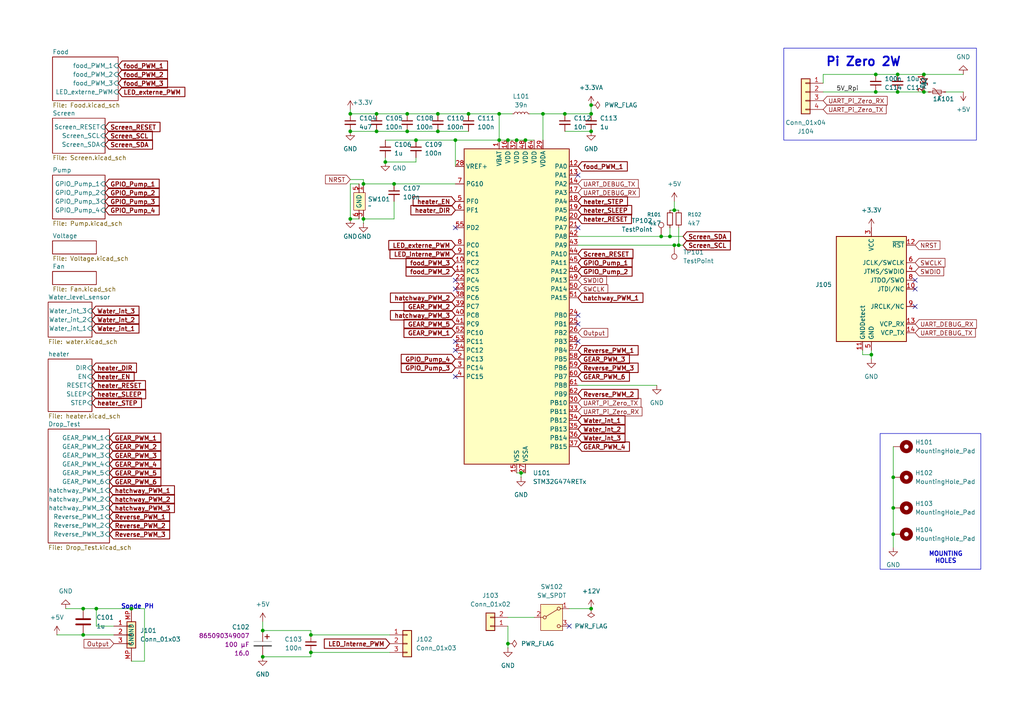
<source format=kicad_sch>
(kicad_sch (version 20250114) (generator "eeschema") (generator_version "9.0")
  (paper "A4")
  (rectangle (start 255.27 125.73) (end 284.48 165.1))
  (rectangle (start 227.33 13.97) (end 283.21 40.64))
  (text "Sonde PH" (at 39.878 176.022 0) (effects (font (size 1.27 1.27) (thickness 0.254) (bold yes))))
  (text "Pi Zero 2W" (at 250.444 18.034 0) (effects (font (size 2.54 2.54) (thickness 0.508) (bold yes))))
  (text "MOUNTING\nHOLES" (at 274.32 161.798 0) (effects (font (size 1.27 1.27) (thickness 0.254) (bold yes))))
  (junction (at 90.17 189.23))
  (junction (at 144.78 40.64))
  (junction (at 151.13 137.16))
  (junction (at 196.85 71.12))
  (junction (at 90.17 184.15))
  (junction (at 118.11 38.1))
  (junction (at 171.45 33.02))
  (junction (at 171.45 30.48))
  (junction (at 260.35 21.59))
  (junction (at 157.48 33.02))
  (junction (at 252.73 102.87))
  (junction (at 105.41 63.5))
  (junction (at 171.45 176.53))
  (junction (at 195.58 60.96))
  (junction (at 144.78 33.02))
  (junction (at 127 33.02))
  (junction (at 127 38.1))
  (junction (at 194.31 68.58))
  (junction (at 109.22 33.02))
  (junction (at 259.08 138.43))
  (junction (at 191.77 68.58))
  (junction (at 267.97 26.67))
  (junction (at 105.41 53.34))
  (junction (at 109.22 38.1))
  (junction (at 132.08 40.64))
  (junction (at 195.58 71.12))
  (junction (at 259.08 147.32))
  (junction (at 259.08 154.94))
  (junction (at 254 21.59))
  (junction (at 267.97 21.59))
  (junction (at 101.6 38.1))
  (junction (at 147.32 186.69))
  (junction (at 24.13 184.15))
  (junction (at 120.65 40.64))
  (junction (at 76.2 182.88))
  (junction (at 114.3 53.34))
  (junction (at 24.13 176.53))
  (junction (at 171.45 38.1))
  (junction (at 27.94 176.53))
  (junction (at 254 26.67))
  (junction (at 135.89 33.02))
  (junction (at 149.86 40.64))
  (junction (at 118.11 33.02))
  (junction (at 163.83 33.02))
  (junction (at 38.1 176.53))
  (junction (at 76.2 190.5))
  (junction (at 101.6 63.5))
  (junction (at 101.6 33.02))
  (junction (at 152.4 40.64))
  (junction (at 147.32 40.64))
  (junction (at 111.76 46.99))
  (junction (at 260.35 26.67))
  (no_connect (at 167.64 91.44))
  (no_connect (at 132.08 109.22))
  (no_connect (at 167.64 93.98))
  (no_connect (at 132.08 66.04))
  (no_connect (at 265.43 88.9))
  (no_connect (at 167.64 99.06))
  (no_connect (at 165.1 181.61))
  (no_connect (at 132.08 81.28))
  (no_connect (at 132.08 101.6))
  (no_connect (at 167.64 50.8))
  (no_connect (at 167.64 66.04))
  (no_connect (at 132.08 83.82))
  (no_connect (at 265.43 83.82))
  (no_connect (at 265.43 81.28))
  (no_connect (at 132.08 99.06))
  (wire (pts (xy 147.32 40.64) (xy 149.86 40.64)))
  (wire (pts (xy 135.89 33.02) (xy 144.78 33.02)))
  (wire (pts (xy 109.22 33.02) (xy 118.11 33.02)))
  (wire (pts (xy 90.17 190.5) (xy 90.17 189.23)))
  (wire (pts (xy 120.65 40.64) (xy 132.08 40.64)))
  (wire (pts (xy 238.76 21.59) (xy 254 21.59)))
  (wire (pts (xy 24.13 184.15) (xy 33.02 184.15)))
  (wire (pts (xy 41.91 176.53) (xy 41.91 191.77)))
  (wire (pts (xy 194.31 66.04) (xy 194.31 68.58)))
  (wire (pts (xy 105.41 52.07) (xy 105.41 53.34)))
  (wire (pts (xy 195.58 60.96) (xy 194.31 60.96)))
  (wire (pts (xy 114.3 63.5) (xy 105.41 63.5)))
  (wire (pts (xy 196.85 60.96) (xy 195.58 60.96)))
  (wire (pts (xy 259.08 138.43) (xy 259.08 147.32)))
  (wire (pts (xy 27.94 176.53) (xy 27.94 181.61)))
  (wire (pts (xy 16.51 184.15) (xy 24.13 184.15)))
  (wire (pts (xy 19.05 176.53) (xy 24.13 176.53)))
  (wire (pts (xy 163.83 33.02) (xy 171.45 33.02)))
  (wire (pts (xy 127 38.1) (xy 135.89 38.1)))
  (wire (pts (xy 111.76 40.64) (xy 120.65 40.64)))
  (wire (pts (xy 194.31 68.58) (xy 191.77 68.58)))
  (wire (pts (xy 252.73 102.87) (xy 252.73 104.14)))
  (wire (pts (xy 76.2 180.34) (xy 76.2 182.88)))
  (wire (pts (xy 250.19 101.6) (xy 250.19 102.87)))
  (wire (pts (xy 101.6 53.34) (xy 101.6 63.5)))
  (wire (pts (xy 118.11 38.1) (xy 127 38.1)))
  (wire (pts (xy 259.08 129.54) (xy 259.08 138.43)))
  (wire (pts (xy 260.35 26.67) (xy 267.97 26.67)))
  (wire (pts (xy 118.11 33.02) (xy 127 33.02)))
  (wire (pts (xy 149.86 137.16) (xy 151.13 137.16)))
  (wire (pts (xy 144.78 33.02) (xy 144.78 40.64)))
  (wire (pts (xy 24.13 176.53) (xy 27.94 176.53)))
  (wire (pts (xy 151.13 137.16) (xy 151.13 138.43)))
  (wire (pts (xy 254 26.67) (xy 260.35 26.67)))
  (wire (pts (xy 147.32 187.96) (xy 147.32 186.69)))
  (wire (pts (xy 195.58 58.42) (xy 195.58 60.96)))
  (wire (pts (xy 105.41 53.34) (xy 114.3 53.34)))
  (wire (pts (xy 238.76 26.67) (xy 254 26.67)))
  (wire (pts (xy 171.45 176.53) (xy 165.1 176.53)))
  (wire (pts (xy 267.97 26.67) (xy 269.24 26.67)))
  (wire (pts (xy 76.2 190.5) (xy 90.17 190.5)))
  (wire (pts (xy 198.12 68.58) (xy 194.31 68.58)))
  (wire (pts (xy 195.58 71.12) (xy 167.64 71.12)))
  (wire (pts (xy 260.35 21.59) (xy 267.97 21.59)))
  (wire (pts (xy 101.6 38.1) (xy 109.22 38.1)))
  (wire (pts (xy 90.17 182.88) (xy 90.17 184.15)))
  (wire (pts (xy 148.59 33.02) (xy 144.78 33.02)))
  (wire (pts (xy 114.3 58.42) (xy 114.3 63.5)))
  (wire (pts (xy 252.73 101.6) (xy 252.73 102.87)))
  (wire (pts (xy 153.67 33.02) (xy 157.48 33.02)))
  (wire (pts (xy 254 21.59) (xy 260.35 21.59)))
  (wire (pts (xy 196.85 66.04) (xy 196.85 71.12)))
  (wire (pts (xy 27.94 176.53) (xy 38.1 176.53)))
  (wire (pts (xy 238.76 21.59) (xy 238.76 24.13)))
  (wire (pts (xy 101.6 52.07) (xy 105.41 52.07)))
  (wire (pts (xy 111.76 46.99) (xy 111.76 45.72)))
  (wire (pts (xy 167.64 111.76) (xy 190.5 111.76)))
  (wire (pts (xy 147.32 186.69) (xy 147.32 181.61)))
  (wire (pts (xy 101.6 31.75) (xy 101.6 33.02)))
  (wire (pts (xy 163.83 38.1) (xy 171.45 38.1)))
  (wire (pts (xy 157.48 33.02) (xy 157.48 40.64)))
  (wire (pts (xy 144.78 40.64) (xy 147.32 40.64)))
  (wire (pts (xy 157.48 33.02) (xy 163.83 33.02)))
  (wire (pts (xy 90.17 189.23) (xy 113.03 189.23)))
  (wire (pts (xy 114.3 53.34) (xy 132.08 53.34)))
  (wire (pts (xy 198.12 71.12) (xy 196.85 71.12)))
  (wire (pts (xy 191.77 68.58) (xy 167.64 68.58)))
  (wire (pts (xy 101.6 53.34) (xy 104.14 53.34)))
  (wire (pts (xy 120.65 45.72) (xy 120.65 46.99)))
  (wire (pts (xy 38.1 176.53) (xy 41.91 176.53)))
  (wire (pts (xy 101.6 33.02) (xy 109.22 33.02)))
  (wire (pts (xy 274.32 26.67) (xy 279.4 26.67)))
  (wire (pts (xy 267.97 21.59) (xy 279.4 21.59)))
  (wire (pts (xy 259.08 147.32) (xy 259.08 154.94)))
  (wire (pts (xy 196.85 71.12) (xy 195.58 71.12)))
  (wire (pts (xy 127 33.02) (xy 135.89 33.02)))
  (wire (pts (xy 152.4 40.64) (xy 154.94 40.64)))
  (wire (pts (xy 27.94 181.61) (xy 33.02 181.61)))
  (wire (pts (xy 171.45 30.48) (xy 171.45 33.02)))
  (wire (pts (xy 76.2 182.88) (xy 90.17 182.88)))
  (wire (pts (xy 259.08 154.94) (xy 259.08 158.75)))
  (wire (pts (xy 132.08 40.64) (xy 144.78 40.64)))
  (wire (pts (xy 151.13 137.16) (xy 152.4 137.16)))
  (wire (pts (xy 90.17 184.15) (xy 113.03 184.15)))
  (wire (pts (xy 120.65 46.99) (xy 111.76 46.99)))
  (wire (pts (xy 105.41 64.77) (xy 105.41 63.5)))
  (wire (pts (xy 147.32 179.07) (xy 154.94 179.07)))
  (wire (pts (xy 250.19 102.87) (xy 252.73 102.87)))
  (wire (pts (xy 101.6 63.5) (xy 104.14 63.5)))
  (wire (pts (xy 132.08 48.26) (xy 132.08 40.64)))
  (wire (pts (xy 41.91 191.77) (xy 38.1 191.77)))
  (wire (pts (xy 109.22 38.1) (xy 118.11 38.1)))
  (wire (pts (xy 149.86 40.64) (xy 152.4 40.64)))
  (label "5V_Rpi" (at 242.57 26.67 0))
  (global_label "food_PWM_1" (shape input) (at 34.29 19.05 0) (effects (font (thickness 0.254) (bold yes))) (property "Intersheetrefs" "${INTERSHEET_REFS}" (effects (hide yes))))
  (global_label "SWDIO" (shape input) (at 265.43 78.74 0) (property "Intersheetrefs" "${INTERSHEET_REFS}" (effects (hide yes))))
  (global_label "hatchway_PWM_2" (shape input) (at 31.75 144.78 0) (effects (font (thickness 0.254) (bold yes))) (property "Intersheetrefs" "${INTERSHEET_REFS}" (effects (hide yes))))
  (global_label "GEAR_PWM_3" (shape input) (at 167.64 104.14 0) (effects (font (thickness 0.254) (bold yes))) (property "Intersheetrefs" "${INTERSHEET_REFS}" (effects (hide yes))))
  (global_label "Screen_SDA" (shape input) (at 198.12 68.58 0) (effects (font (thickness 0.254) (bold yes))) (property "Intersheetrefs" "${INTERSHEET_REFS}" (effects (hide yes))))
  (global_label "food_PWM_3" (shape input) (at 34.29 24.13 0) (effects (font (thickness 0.254) (bold yes))) (property "Intersheetrefs" "${INTERSHEET_REFS}" (effects (hide yes))))
  (global_label "GPIO_Pump_4" (shape input) (at 132.08 104.14 180) (effects (font (thickness 0.254) (bold yes))) (property "Intersheetrefs" "${INTERSHEET_REFS}" (effects (hide yes))))
  (global_label "heater_STEP" (shape input) (at 167.64 58.42 0) (effects (font (thickness 0.254) (bold yes))) (property "Intersheetrefs" "${INTERSHEET_REFS}" (effects (hide yes))))
  (global_label "hatchway_PWM_3" (shape input) (at 132.08 91.44 180) (effects (font (thickness 0.254) (bold yes))) (property "Intersheetrefs" "${INTERSHEET_REFS}" (effects (hide yes))))
  (global_label "GEAR_PWM_6" (shape input) (at 31.75 139.7 0) (effects (font (thickness 0.254) (bold yes))) (property "Intersheetrefs" "${INTERSHEET_REFS}" (effects (hide yes))))
  (global_label "SWCLK" (shape input) (at 265.43 76.2 0) (property "Intersheetrefs" "${INTERSHEET_REFS}" (effects (hide yes))))
  (global_label "GEAR_PWM_2" (shape input) (at 132.08 88.9 180) (effects (font (thickness 0.254) (bold yes))) (property "Intersheetrefs" "${INTERSHEET_REFS}" (effects (hide yes))))
  (global_label "LED_interne_PWM" (shape input) (at 132.08 73.66 180) (effects (font (thickness 0.254) (bold yes))) (property "Intersheetrefs" "${INTERSHEET_REFS}" (effects (hide yes))))
  (global_label "GPIO_Pump_2" (shape input) (at 167.64 78.74 0) (effects (font (thickness 0.254) (bold yes))) (property "Intersheetrefs" "${INTERSHEET_REFS}" (effects (hide yes))))
  (global_label "Output" (shape input) (at 33.02 186.69 180) (property "Intersheetrefs" "${INTERSHEET_REFS}" (effects (hide yes))))
  (global_label "UART_DEBUG_RX" (shape input) (at 265.43 93.98 0) (property "Intersheetrefs" "${INTERSHEET_REFS}" (effects (hide yes))))
  (global_label "Water_int_3" (shape input) (at 167.64 127 0) (effects (font (thickness 0.254) (bold yes))) (property "Intersheetrefs" "${INTERSHEET_REFS}" (effects (hide yes))))
  (global_label "GEAR_PWM_2" (shape input) (at 31.75 129.54 0) (effects (font (thickness 0.254) (bold yes))) (property "Intersheetrefs" "${INTERSHEET_REFS}" (effects (hide yes))))
  (global_label "NRST" (shape input) (at 265.43 71.12 0) (property "Intersheetrefs" "${INTERSHEET_REFS}" (effects (hide yes))))
  (global_label "Screen_SCL" (shape input) (at 30.48 39.37 0) (effects (font (thickness 0.254) (bold yes))) (property "Intersheetrefs" "${INTERSHEET_REFS}" (effects (hide yes))))
  (global_label "heater_EN" (shape input) (at 132.08 58.42 180) (effects (font (thickness 0.254) (bold yes))) (property "Intersheetrefs" "${INTERSHEET_REFS}" (effects (hide yes))))
  (global_label "Screen_SCL" (shape input) (at 198.12 71.12 0) (effects (font (thickness 0.254) (bold yes))) (property "Intersheetrefs" "${INTERSHEET_REFS}" (effects (hide yes))))
  (global_label "hatchway_PWM_2" (shape input) (at 132.08 86.36 180) (effects (font (thickness 0.254) (bold yes))) (property "Intersheetrefs" "${INTERSHEET_REFS}" (effects (hide yes))))
  (global_label "GPIO_Pump_3" (shape input) (at 132.08 106.68 180) (effects (font (thickness 0.254) (bold yes))) (property "Intersheetrefs" "${INTERSHEET_REFS}" (effects (hide yes))))
  (global_label "GEAR_PWM_6" (shape input) (at 167.64 109.22 0) (effects (font (thickness 0.254) (bold yes))) (property "Intersheetrefs" "${INTERSHEET_REFS}" (effects (hide yes))))
  (global_label "food_PWM_3" (shape input) (at 132.08 76.2 180) (effects (font (thickness 0.254) (bold yes))) (property "Intersheetrefs" "${INTERSHEET_REFS}" (effects (hide yes))))
  (global_label "UART_Pi_Zero_RX" (shape input) (at 167.64 119.38 0) (property "Intersheetrefs" "${INTERSHEET_REFS}" (effects (hide yes))))
  (global_label "GPIO_Pump_2" (shape input) (at 30.48 55.88 0) (effects (font (thickness 0.254) (bold yes))) (property "Intersheetrefs" "${INTERSHEET_REFS}" (effects (hide yes))))
  (global_label "Screen_RESET" (shape input) (at 167.64 73.66 0) (effects (font (thickness 0.254) (bold yes))) (property "Intersheetrefs" "${INTERSHEET_REFS}" (effects (hide yes))))
  (global_label "LED_interne_PWM" (shape input) (at 113.03 186.69 180) (effects (font (thickness 0.254) (bold yes))) (property "Intersheetrefs" "${INTERSHEET_REFS}" (effects (hide yes))))
  (global_label "food_PWM_2" (shape input) (at 34.29 21.59 0) (effects (font (thickness 0.254) (bold yes))) (property "Intersheetrefs" "${INTERSHEET_REFS}" (effects (hide yes))))
  (global_label "UART_DEBUG_TX" (shape input) (at 167.64 53.34 0) (property "Intersheetrefs" "${INTERSHEET_REFS}" (effects (hide yes))))
  (global_label "SWDIO" (shape input) (at 167.64 81.28 0) (property "Intersheetrefs" "${INTERSHEET_REFS}" (effects (hide yes))))
  (global_label "GPIO_Pump_1" (shape input) (at 30.48 53.34 0) (effects (font (thickness 0.254) (bold yes))) (property "Intersheetrefs" "${INTERSHEET_REFS}" (effects (hide yes))))
  (global_label "heater_DIR" (shape input) (at 26.67 106.68 0) (effects (font (thickness 0.254) (bold yes))) (property "Intersheetrefs" "${INTERSHEET_REFS}" (effects (hide yes))))
  (global_label "UART_Pi_Zero_RX" (shape input) (at 238.76 29.21 0) (property "Intersheetrefs" "${INTERSHEET_REFS}" (effects (hide yes))))
  (global_label "food_PWM_2" (shape input) (at 132.08 78.74 180) (effects (font (thickness 0.254) (bold yes))) (property "Intersheetrefs" "${INTERSHEET_REFS}" (effects (hide yes))))
  (global_label "UART_Pi_Zero_TX" (shape input) (at 167.64 116.84 0) (property "Intersheetrefs" "${INTERSHEET_REFS}" (effects (hide yes))))
  (global_label "Reverse_PWM_2" (shape input) (at 31.75 152.4 0) (effects (font (thickness 0.254) (bold yes))) (property "Intersheetrefs" "${INTERSHEET_REFS}" (effects (hide yes))))
  (global_label "Water_int_1" (shape input) (at 26.67 95.25 0) (effects (font (thickness 0.254) (bold yes))) (property "Intersheetrefs" "${INTERSHEET_REFS}" (effects (hide yes))))
  (global_label "hatchway_PWM_3" (shape input) (at 31.75 147.32 0) (effects (font (thickness 0.254) (bold yes))) (property "Intersheetrefs" "${INTERSHEET_REFS}" (effects (hide yes))))
  (global_label "Reverse_PWM_1" (shape input) (at 167.64 101.6 0) (effects (font (thickness 0.254) (bold yes))) (property "Intersheetrefs" "${INTERSHEET_REFS}" (effects (hide yes))))
  (global_label "hatchway_PWM_1" (shape input) (at 31.75 142.24 0) (effects (font (thickness 0.254) (bold yes))) (property "Intersheetrefs" "${INTERSHEET_REFS}" (effects (hide yes))))
  (global_label "Reverse_PWM_3" (shape input) (at 167.64 106.68 0) (effects (font (thickness 0.254) (bold yes))) (property "Intersheetrefs" "${INTERSHEET_REFS}" (effects (hide yes))))
  (global_label "GEAR_PWM_1" (shape input) (at 31.75 127 0) (effects (font (thickness 0.254) (bold yes))) (property "Intersheetrefs" "${INTERSHEET_REFS}" (effects (hide yes))))
  (global_label "Output" (shape input) (at 167.64 96.52 0) (property "Intersheetrefs" "${INTERSHEET_REFS}" (effects (hide yes))))
  (global_label "heater_SLEEP" (shape input) (at 26.67 114.3 0) (effects (font (thickness 0.254) (bold yes))) (property "Intersheetrefs" "${INTERSHEET_REFS}" (effects (hide yes))))
  (global_label "NRST" (shape input) (at 101.6 52.07 180) (property "Intersheetrefs" "${INTERSHEET_REFS}" (effects (hide yes))))
  (global_label "GEAR_PWM_3" (shape input) (at 31.75 132.08 0) (effects (font (thickness 0.254) (bold yes))) (property "Intersheetrefs" "${INTERSHEET_REFS}" (effects (hide yes))))
  (global_label "Screen_RESET" (shape input) (at 30.48 36.83 0) (effects (font (thickness 0.254) (bold yes))) (property "Intersheetrefs" "${INTERSHEET_REFS}" (effects (hide yes))))
  (global_label "Water_int_2" (shape input) (at 167.64 124.46 0) (effects (font (thickness 0.254) (bold yes))) (property "Intersheetrefs" "${INTERSHEET_REFS}" (effects (hide yes))))
  (global_label "heater_STEP" (shape input) (at 26.67 116.84 0) (effects (font (thickness 0.254) (bold yes))) (property "Intersheetrefs" "${INTERSHEET_REFS}" (effects (hide yes))))
  (global_label "UART_DEBUG_TX" (shape input) (at 265.43 96.52 0) (property "Intersheetrefs" "${INTERSHEET_REFS}" (effects (hide yes))))
  (global_label "GPIO_Pump_3" (shape input) (at 30.48 58.42 0) (effects (font (thickness 0.254) (bold yes))) (property "Intersheetrefs" "${INTERSHEET_REFS}" (effects (hide yes))))
  (global_label "GEAR_PWM_1" (shape input) (at 132.08 96.52 180) (effects (font (thickness 0.254) (bold yes))) (property "Intersheetrefs" "${INTERSHEET_REFS}" (effects (hide yes))))
  (global_label "Water_int_1" (shape input) (at 167.64 121.92 0) (effects (font (thickness 0.254) (bold yes))) (property "Intersheetrefs" "${INTERSHEET_REFS}" (effects (hide yes))))
  (global_label "LED_externe_PWM" (shape input) (at 34.29 26.67 0) (effects (font (thickness 0.254) (bold yes))) (property "Intersheetrefs" "${INTERSHEET_REFS}" (effects (hide yes))))
  (global_label "GEAR_PWM_5" (shape input) (at 31.75 137.16 0) (effects (font (thickness 0.254) (bold yes))) (property "Intersheetrefs" "${INTERSHEET_REFS}" (effects (hide yes))))
  (global_label "GEAR_PWM_5" (shape input) (at 132.08 93.98 180) (effects (font (thickness 0.254) (bold yes))) (property "Intersheetrefs" "${INTERSHEET_REFS}" (effects (hide yes))))
  (global_label "Reverse_PWM_3" (shape input) (at 31.75 154.94 0) (effects (font (thickness 0.254) (bold yes))) (property "Intersheetrefs" "${INTERSHEET_REFS}" (effects (hide yes))))
  (global_label "GPIO_Pump_1" (shape input) (at 167.64 76.2 0) (effects (font (thickness 0.254) (bold yes))) (property "Intersheetrefs" "${INTERSHEET_REFS}" (effects (hide yes))))
  (global_label "Screen_SDA" (shape input) (at 30.48 41.91 0) (effects (font (thickness 0.254) (bold yes))) (property "Intersheetrefs" "${INTERSHEET_REFS}" (effects (hide yes))))
  (global_label "UART_Pi_Zero_TX" (shape input) (at 238.76 31.75 0) (property "Intersheetrefs" "${INTERSHEET_REFS}" (effects (hide yes))))
  (global_label "food_PWM_1" (shape input) (at 167.64 48.26 0) (effects (font (thickness 0.254) (bold yes))) (property "Intersheetrefs" "${INTERSHEET_REFS}" (effects (hide yes))))
  (global_label "heater_SLEEP" (shape input) (at 167.64 60.96 0) (effects (font (thickness 0.254) (bold yes))) (property "Intersheetrefs" "${INTERSHEET_REFS}" (effects (hide yes))))
  (global_label "heater_RESET" (shape input) (at 26.67 111.76 0) (effects (font (thickness 0.254) (bold yes))) (property "Intersheetrefs" "${INTERSHEET_REFS}" (effects (hide yes))))
  (global_label "heater_EN" (shape input) (at 26.67 109.22 0) (effects (font (thickness 0.254) (bold yes))) (property "Intersheetrefs" "${INTERSHEET_REFS}" (effects (hide yes))))
  (global_label "SWCLK" (shape input) (at 167.64 83.82 0) (property "Intersheetrefs" "${INTERSHEET_REFS}" (effects (hide yes))))
  (global_label "UART_DEBUG_RX" (shape input) (at 167.64 55.88 0) (property "Intersheetrefs" "${INTERSHEET_REFS}" (effects (hide yes))))
  (global_label "Water_int_3" (shape input) (at 26.67 90.17 0) (effects (font (thickness 0.254) (bold yes))) (property "Intersheetrefs" "${INTERSHEET_REFS}" (effects (hide yes))))
  (global_label "Reverse_PWM_1" (shape input) (at 31.75 149.86 0) (effects (font (thickness 0.254) (bold yes))) (property "Intersheetrefs" "${INTERSHEET_REFS}" (effects (hide yes))))
  (global_label "GEAR_PWM_4" (shape input) (at 167.64 129.54 0) (effects (font (thickness 0.254) (bold yes))) (property "Intersheetrefs" "${INTERSHEET_REFS}" (effects (hide yes))))
  (global_label "hatchway_PWM_1" (shape input) (at 167.64 86.36 0) (effects (font (thickness 0.254) (bold yes))) (property "Intersheetrefs" "${INTERSHEET_REFS}" (effects (hide yes))))
  (global_label "GPIO_Pump_4" (shape input) (at 30.48 60.96 0) (effects (font (thickness 0.254) (bold yes))) (property "Intersheetrefs" "${INTERSHEET_REFS}" (effects (hide yes))))
  (global_label "LED_externe_PWM" (shape input) (at 132.08 71.12 180) (effects (font (thickness 0.254) (bold yes))) (property "Intersheetrefs" "${INTERSHEET_REFS}" (effects (hide yes))))
  (global_label "Reverse_PWM_2" (shape input) (at 167.64 114.3 0) (effects (font (thickness 0.254) (bold yes))) (property "Intersheetrefs" "${INTERSHEET_REFS}" (effects (hide yes))))
  (global_label "heater_DIR" (shape input) (at 132.08 60.96 180) (effects (font (thickness 0.254) (bold yes))) (property "Intersheetrefs" "${INTERSHEET_REFS}" (effects (hide yes))))
  (global_label "heater_RESET" (shape input) (at 167.64 63.5 0) (effects (font (thickness 0.254) (bold yes))) (property "Intersheetrefs" "${INTERSHEET_REFS}" (effects (hide yes))))
  (global_label "GEAR_PWM_4" (shape input) (at 31.75 134.62 0) (effects (font (thickness 0.254) (bold yes))) (property "Intersheetrefs" "${INTERSHEET_REFS}" (effects (hide yes))))
  (global_label "Water_int_2" (shape input) (at 26.67 92.71 0) (effects (font (thickness 0.254) (bold yes))) (property "Intersheetrefs" "${INTERSHEET_REFS}" (effects (hide yes))))
  (symbol (lib_id "power:GND") (at 101.6 63.5 0) (unit 1)
    (property "Reference" "#PWR0107" (effects (hide yes)))
    (property "Value" "GND" (at 101.6 68.58 0))
    (property "Description" "Power symbol creates a global label with name \"GND\" , ground" (effects (hide yes)))
  )
  (symbol (lib_id "Device:L_Small") (at 151.13 33.02 90) (unit 1)
    (property "Reference" "L101" (at 151.13 27.94 90))
    (property "Value" "39n" (at 151.13 30.48 90))
    (property "Footprint" "Inductor_SMD:L_0603_1608Metric" (effects (hide yes)))
    (property "Description" "Inductor, small symbol" (effects (hide yes)))
  )
  (symbol (lib_id "Device:C_Small") (at 254 24.13 0) (mirror x) (unit 1)
    (property "Reference" "C114" (at 256.54 25.3938 0) (effects (justify left)))
    (property "Value" "100n" (at 256.54 22.86 0) (effects (justify left)))
    (property "Footprint" "Capacitor_SMD:C_0402_1005Metric" (effects (hide yes)))
    (property "Description" "Unpolarized capacitor, small symbol" (effects (hide yes)))
  )
  (symbol (lib_id "Device:C_Small") (at 118.11 35.56 0) (unit 1)
    (property "Reference" "C108" (at 120.65 34.2962 0) (effects (justify left)))
    (property "Value" "100n" (at 120.65 36.8362 0) (effects (justify left)))
    (property "Footprint" "Capacitor_SMD:C_0402_1005Metric" (effects (hide yes)))
    (property "Description" "Unpolarized capacitor, small symbol" (effects (hide yes)))
  )
  (symbol (lib_id "power:+5V") (at 279.4 26.67 0) (mirror x) (unit 1)
    (property "Reference" "#PWR0121" (effects (hide yes)))
    (property "Value" "+5V" (at 279.4 31.75 0))
    (property "Description" "Power symbol creates a global label with name \"+5V\"" (effects (hide yes)))
  )
  (symbol (lib_id "Device:C_Small") (at 120.65 43.18 0) (unit 1)
    (property "Reference" "C109" (at 123.19 41.9162 0) (effects (justify left)))
    (property "Value" "100n" (at 123.19 44.4562 0) (effects (justify left)))
    (property "Footprint" "Capacitor_SMD:C_0402_1005Metric" (effects (hide yes)))
    (property "Description" "Unpolarized capacitor, small symbol" (effects (hide yes)))
  )
  (symbol (lib_id "Device:R_Small") (at 196.85 63.5 0) (unit 1)
    (property "Reference" "R102" (at 199.39 62.2299 0) (effects (font (size 1.016 1.016)) (justify left)))
    (property "Value" "4k7" (at 199.39 64.7699 0) (effects (justify left)))
    (property "Footprint" "Resistor_SMD:R_0201_0603Metric" (effects (hide yes)))
    (property "Description" "Resistor, small symbol" (effects (hide yes)))
  )
  (symbol (lib_id "Device:C_Small") (at 111.76 43.18 0) (unit 1)
    (property "Reference" "C106" (at 114.3 41.9162 0) (effects (justify left)))
    (property "Value" "1u" (at 114.3 44.4562 0) (effects (justify left)))
    (property "Footprint" "Capacitor_SMD:C_0402_1005Metric" (effects (hide yes)))
    (property "Description" "Unpolarized capacitor, small symbol" (effects (hide yes)))
  )
  (symbol (lib_id "Device:C_Small") (at 101.6 35.56 0) (unit 1)
    (property "Reference" "C104" (at 104.14 34.2962 0) (effects (justify left)))
    (property "Value" "4u7" (at 104.14 36.8362 0) (effects (justify left)))
    (property "Footprint" "Capacitor_SMD:C_0603_1608Metric" (effects (hide yes)))
    (property "Description" "Unpolarized capacitor, small symbol" (effects (hide yes)))
  )
  (symbol (lib_id "MCU_ST_STM32G4:STM32G474RETx") (at 149.86 88.9 0) (unit 1)
    (property "Reference" "U101" (at 154.5433 137.16 0) (effects (justify left)))
    (property "Value" "STM32G474RETx" (at 154.5433 139.7 0) (effects (justify left)))
    (property "Footprint" "Package_QFP:LQFP-64_10x10mm_P0.5mm" (effects (hide yes)))
    (property "Datasheet" "https://www.st.com/resource/en/datasheet/stm32g474re.pdf" (effects (hide yes)))
    (property "Description" "STMicroelectronics Arm Cortex-M4 MCU, 512KB flash, 128KB RAM, 170 MHz, 1.71-3.6V, 52 GPIO, LQFP64" (effects (hide yes)))
  )
  (symbol (lib_id "Device:C_Small") (at 90.17 186.69 0) (unit 1)
    (property "Reference" "C103" (at 87.63 185.4262 0) (effects (justify right)))
    (property "Value" "100n" (at 87.63 187.9662 0) (effects (justify right)))
    (property "Footprint" "Capacitor_SMD:C_0402_1005Metric" (effects (hide yes)))
    (property "Description" "Unpolarized capacitor, small symbol" (effects (hide yes)))
  )
  (symbol (lib_id "power:GND") (at 151.13 138.43 0) (unit 1)
    (property "Reference" "#PWR0111" (effects (hide yes)))
    (property "Value" "GND" (at 151.13 143.51 0))
    (property "Description" "Power symbol creates a global label with name \"GND\" , ground" (effects (hide yes)))
  )
  (symbol (lib_id "Device:C_Small") (at 135.89 35.56 0) (unit 1)
    (property "Reference" "C111" (at 138.43 34.2962 0) (effects (justify left)))
    (property "Value" "100n" (at 138.43 36.8362 0) (effects (justify left)))
    (property "Footprint" "Capacitor_SMD:C_0402_1005Metric" (effects (hide yes)))
    (property "Description" "Unpolarized capacitor, small symbol" (effects (hide yes)))
  )
  (symbol (lib_id "power:GND") (at 171.45 38.1 0) (unit 1)
    (property "Reference" "#PWR0113" (effects (hide yes)))
    (property "Value" "GND" (at 171.45 43.18 0))
    (property "Description" "Power symbol creates a global label with name \"GND\" , ground" (effects (hide yes)))
  )
  (symbol (lib_id "Device:C") (at 24.13 180.34 180) (unit 1)
    (property "Reference" "C101" (at 27.94 179.0699 0) (effects (justify right)))
    (property "Value" "1u" (at 27.94 181.6099 0) (effects (justify right)))
    (property "Footprint" "Capacitor_SMD:C_0603_1608Metric" (effects (hide yes)))
    (property "Description" "Unpolarized capacitor" (effects (hide yes)))
  )
  (symbol (lib_id "Device:C_Small") (at 260.35 24.13 0) (mirror x) (unit 1)
    (property "Reference" "C115" (at 262.89 25.3938 0) (effects (justify left)))
    (property "Value" "10u" (at 262.89 22.86 0) (effects (justify left)))
    (property "Footprint" "Capacitor_SMD:C_0603_1608Metric" (effects (hide yes)))
    (property "Description" "Unpolarized capacitor, small symbol" (effects (hide yes)))
  )
  (symbol (lib_id "Mechanical:MountingHole_Pad") (at 261.62 138.43 270) (unit 1)
    (property "Reference" "H102" (at 265.43 137.16 90) (effects (justify left)))
    (property "Value" "MountingHole_Pad" (at 265.43 139.7 90) (effects (justify left)))
    (property "Footprint" "MountingHole:MountingHole_3.2mm_M3_Pad_Via" (effects (hide yes)))
  )
  (symbol (lib_id "Device:C_Small") (at 114.3 55.88 0) (unit 1)
    (property "Reference" "C107" (at 116.84 54.6162 0) (effects (justify left)))
    (property "Value" "100n" (at 116.84 57.1562 0) (effects (justify left)))
    (property "Footprint" "Capacitor_SMD:C_0402_1005Metric" (effects (hide yes)))
    (property "Description" "Unpolarized capacitor, small symbol" (effects (hide yes)))
  )
  (symbol (lib_id "my_lib:JST_SH_3_Vertical") (at 38.1 185.42 0) (unit 1)
    (property "Reference" "J101" (at 40.64 182.8799 0) (effects (justify left)))
    (property "Value" "Conn_01x03" (at 40.64 185.4199 0) (effects (justify left)))
    (property "Footprint" "Connector_JST:JST_SH_BM03B-SRSS-TB_1x03-1MP_P1.00mm_Vertical" (effects (hide yes)))
    (property "Description" "Generic connector, single row, 01x03, script generated (kicad-library-utils/schlib/autogen/connector/)" (effects (hide yes)))
  )
  (symbol (lib_id "Connector_Generic:Conn_01x03") (at 118.11 186.69 0) (unit 1)
    (property "Reference" "J102" (at 120.65 185.4199 0) (effects (justify left)))
    (property "Value" "Conn_01x03" (at 120.65 187.9599 0) (effects (justify left)))
    (property "Footprint" "Connector_JST:JST_PH_B3B-PH-K_1x03_P2.00mm_Vertical" (effects (hide yes)))
    (property "Description" "Generic connector, single row, 01x03, script generated (kicad-library-utils/schlib/autogen/connector/)" (effects (hide yes)))
  )
  (symbol (lib_id "power:+3.3V") (at 101.6 31.75 0) (unit 1)
    (property "Reference" "#PWR0105" (effects (hide yes)))
    (property "Value" "+3.3V" (at 105.156 29.718 0))
    (property "Description" "Power symbol creates a global label with name \"+3.3V\"" (effects (hide yes)))
  )
  (symbol (lib_id "Connector:Conn_ST_STDC14") (at 252.73 83.82 0) (unit 1)
    (property "Reference" "J105" (at 241.3 82.5499 0) (effects (justify right)))
    (property "Value" "Conn_ST_STDC14" (effects (hide yes)))
    (property "Footprint" "Connector_PinHeader_1.27mm:PinHeader_2x07_P1.27mm_Vertical_SMD" (effects (hide yes)))
    (property "Datasheet" "https://www.st.com/content/ccc/resource/technical/document/user_manual/group1/99/49/91/b6/b2/3a/46/e5/DM00526767/files/DM00526767.pdf/jcr:content/translations/en.DM00526767.pdf" (effects (hide yes)))
    (property "Description" "ST Debug Connector, standard ARM Cortex-M SWD and JTAG interface plus UART" (effects (hide yes)))
    (property "MPN" "STLINK-V3MINIE" (effects (hide yes)))
  )
  (symbol (lib_id "power:+5V") (at 16.51 184.15 0) (unit 1)
    (property "Reference" "#PWR0101" (effects (hide yes)))
    (property "Value" "+5V" (at 16.51 179.07 0))
    (property "Description" "Power symbol creates a global label with name \"+5V\"" (effects (hide yes)))
  )
  (symbol (lib_id "Connector_Generic:Conn_01x02") (at 142.24 181.61 180) (unit 1)
    (property "Reference" "J103" (at 142.24 172.72 0))
    (property "Value" "Conn_01x02" (at 142.24 175.26 0))
    (property "Footprint" "Connector_AMASS:AMASS_XT30U-M_1x02_P5.0mm_Vertical" (effects (hide yes)))
    (property "Description" "Generic connector, single row, 01x02, script generated (kicad-library-utils/schlib/autogen/connector/)" (effects (hide yes)))
  )
  (symbol (lib_id "power:GND") (at 190.5 111.76 0) (unit 1)
    (property "Reference" "#PWR0115" (effects (hide yes)))
    (property "Value" "GND" (at 190.5 116.84 0))
    (property "Description" "Power symbol creates a global label with name \"GND\" , ground" (effects (hide yes)))
  )
  (symbol (lib_id "Device:R_Small") (at 194.31 63.5 0) (mirror y) (unit 1)
    (property "Reference" "R101" (at 191.77 62.2299 0) (effects (font (size 1.016 1.016)) (justify left)))
    (property "Value" "4k7" (at 191.77 64.7699 0) (effects (justify left)))
    (property "Footprint" "Resistor_SMD:R_0201_0603Metric" (effects (hide yes)))
    (property "Description" "Resistor, small symbol" (effects (hide yes)))
  )
  (symbol (lib_id "power:+12V") (at 171.45 176.53 0) (unit 1)
    (property "Reference" "#PWR0114" (effects (hide yes)))
    (property "Value" "+12V" (at 171.45 171.45 0))
    (property "Description" "Power symbol creates a global label with name \"+12V\"" (effects (hide yes)))
  )
  (symbol (lib_id "Connector:TestPoint") (at 191.77 68.58 0) (mirror y) (unit 1)
    (property "Reference" "TP102" (at 189.23 64.0079 0) (effects (justify left)))
    (property "Value" "TestPoint" (at 189.23 66.5479 0) (effects (justify left)))
    (property "Footprint" "TestPoint:TestPoint_Pad_D2.0mm" (effects (hide yes)))
    (property "Description" "test point" (effects (hide yes)))
  )
  (symbol (lib_id "power:+5V") (at 76.2 180.34 0) (unit 1)
    (property "Reference" "#PWR0103" (effects (hide yes)))
    (property "Value" "+5V" (at 76.2 175.26 0))
    (property "Description" "Power symbol creates a global label with name \"+5V\"" (effects (hide yes)))
  )
  (symbol (lib_id "power:GND") (at 279.4 21.59 0) (mirror x) (unit 1)
    (property "Reference" "#PWR0120" (effects (hide yes)))
    (property "Value" "GND" (at 279.4 16.51 0))
    (property "Description" "Power symbol creates a global label with name \"GND\" , ground" (effects (hide yes)))
  )
  (symbol (lib_id "Device:C_Small") (at 171.45 35.56 180) (unit 1)
    (property "Reference" "C113" (at 173.99 34.2835 0) (effects (justify right)))
    (property "Value" "1u" (at 173.99 36.8235 0) (effects (justify right)))
    (property "Footprint" "Capacitor_SMD:C_0402_1005Metric" (effects (hide yes)))
    (property "Description" "Unpolarized capacitor, small symbol" (effects (hide yes)))
  )
  (symbol (lib_id "Connector_Generic:Conn_01x04") (at 233.68 26.67 0) (mirror y) (unit 1)
    (property "Reference" "J104" (at 233.68 38.1 0))
    (property "Value" "Conn_01x04" (at 233.68 35.56 0))
    (property "Footprint" "Connector_JST:JST_PH_B4B-PH-K_1x04_P2.00mm_Vertical" (effects (hide yes)))
    (property "Description" "Generic connector, single row, 01x04, script generated (kicad-library-utils/schlib/autogen/connector/)" (effects (hide yes)))
  )
  (symbol (lib_id "power:GND") (at 19.05 176.53 180) (unit 1)
    (property "Reference" "#PWR0102" (effects (hide yes)))
    (property "Value" "GND" (at 19.05 171.45 0))
    (property "Description" "Power symbol creates a global label with name \"GND\" , ground" (effects (hide yes)))
  )
  (symbol (lib_id "my_lib:WS-TASV_SMT_Tact_Switch_3.0_x_2.6_mm") (at 104.14 58.42 270) (unit 1)
    (property "Reference" "SW101" (at 106.68 57.7849 90) (effects (justify left)))
    (property "Value" "~" (at 106.68 59.69 90) (effects (justify left)))
    (property "Footprint" "mylib:WS-TASV SMT Tact Switch 3.0 x 2.6 mm" (effects (hide yes)))
  )
  (symbol (lib_id "power:PWR_FLAG") (at 147.32 186.69 270) (unit 1)
    (property "Reference" "#FLG0101" (effects (hide yes)))
    (property "Value" "PWR_FLAG" (at 151.13 186.6899 90) (effects (justify left)))
    (property "Description" "Special symbol for telling ERC where power comes from" (effects (hide yes)))
  )
  (symbol (lib_id "Connector:TestPoint") (at 195.58 71.12 180) (unit 1)
    (property "Reference" "TP101" (at 198.12 73.1519 0) (effects (justify right)))
    (property "Value" "TestPoint" (at 198.12 75.6919 0) (effects (justify right)))
    (property "Footprint" "TestPoint:TestPoint_Pad_D2.0mm" (effects (hide yes)))
    (property "Description" "test point" (effects (hide yes)))
  )
  (symbol (lib_id "power:GND") (at 105.41 64.77 0) (unit 1)
    (property "Reference" "#PWR0108" (effects (hide yes)))
    (property "Value" "GND" (at 105.664 68.58 0))
    (property "Description" "Power symbol creates a global label with name \"GND\" , ground" (effects (hide yes)))
  )
  (symbol (lib_id "power:GND") (at 147.32 187.96 0) (unit 1)
    (property "Reference" "#PWR0110" (effects (hide yes)))
    (property "Value" "GND" (at 147.32 193.04 0))
    (property "Description" "Power symbol creates a global label with name \"GND\" , ground" (effects (hide yes)))
  )
  (symbol (lib_id "Device:C_Small") (at 127 35.56 0) (unit 1)
    (property "Reference" "C110" (at 129.54 34.2962 0) (effects (justify left)))
    (property "Value" "100n" (at 129.54 36.8362 0) (effects (justify left)))
    (property "Footprint" "Capacitor_SMD:C_0402_1005Metric" (effects (hide yes)))
    (property "Description" "Unpolarized capacitor, small symbol" (effects (hide yes)))
  )
  (symbol (lib_id "Device:C_Small") (at 109.22 35.56 0) (unit 1)
    (property "Reference" "C105" (at 111.76 34.2962 0) (effects (justify left)))
    (property "Value" "100n" (at 111.76 36.8362 0) (effects (justify left)))
    (property "Footprint" "Capacitor_SMD:C_0402_1005Metric" (effects (hide yes)))
    (property "Description" "Unpolarized capacitor, small symbol" (effects (hide yes)))
  )
  (symbol (lib_id "power:+3.3VA") (at 171.45 30.48 0) (unit 1)
    (property "Reference" "#PWR0112" (effects (hide yes)))
    (property "Value" "+3.3VA" (at 171.45 25.4 0))
    (property "Description" "Power symbol creates a global label with name \"+3.3VA\"" (effects (hide yes)))
  )
  (symbol (lib_id "power:GND") (at 76.2 190.5 0) (unit 1)
    (property "Reference" "#PWR0104" (effects (hide yes)))
    (property "Value" "GND" (at 76.2 195.58 0))
    (property "Description" "Power symbol creates a global label with name \"GND\" , ground" (effects (hide yes)))
  )
  (symbol (lib_id "Mechanical:MountingHole_Pad") (at 261.62 129.54 270) (unit 1)
    (property "Reference" "H101" (at 265.43 128.27 90) (effects (justify left)))
    (property "Value" "MountingHole_Pad" (at 265.43 130.81 90) (effects (justify left)))
    (property "Footprint" "MountingHole:MountingHole_3.2mm_M3_Pad_Via" (effects (hide yes)))
  )
  (symbol (lib_id "power:GND") (at 101.6 38.1 0) (unit 1)
    (property "Reference" "#PWR0106" (effects (hide yes)))
    (property "Value" "GND" (at 101.6 43.18 0))
    (property "Description" "Power symbol creates a global label with name \"GND\" , ground" (effects (hide yes)))
  )
  (symbol (lib_id "power:+5V") (at 195.58 58.42 0) (unit 1)
    (property "Reference" "#PWR0116" (effects (hide yes)))
    (property "Value" "+5V" (at 195.58 53.34 0))
    (property "Description" "Power symbol creates a global label with name \"+5V\"" (effects (hide yes)))
  )
  (symbol (lib_id "Mechanical:MountingHole_Pad") (at 261.62 147.32 270) (unit 1)
    (property "Reference" "H103" (at 265.43 146.05 90) (effects (justify left)))
    (property "Value" "MountingHole_Pad" (at 265.43 148.59 90) (effects (justify left)))
    (property "Footprint" "MountingHole:MountingHole_3.2mm_M3_Pad_Via" (effects (hide yes)))
  )
  (symbol (lib_name "GND_13") (lib_id "power:GND") (at 252.73 104.14 0) (unit 1)
    (property "Reference" "#PWR0118" (effects (hide yes)))
    (property "Value" "GND" (at 252.73 109.22 0))
    (property "Description" "Power symbol creates a global label with name \"GND\" , ground" (effects (hide yes)))
  )
  (symbol (lib_id "Mechanical:MountingHole_Pad") (at 261.62 154.94 270) (unit 1)
    (property "Reference" "H104" (at 265.43 153.67 90) (effects (justify left)))
    (property "Value" "MountingHole_Pad" (at 265.43 156.21 90) (effects (justify left)))
    (property "Footprint" "MountingHole:MountingHole_3.2mm_M3_Pad_Via" (effects (hide yes)))
  )
  (symbol (lib_id "Device:Polyfuse_Small") (at 271.78 26.67 90) (mirror x) (unit 1)
    (property "Reference" "F101" (at 274.32 28.702 90))
    (property "Value" "1A" (at 271.78 28.702 90))
    (property "Footprint" "Fuse:Fuse_2920_7451Metric" (effects (hide yes)))
    (property "Datasheet" "https://www.mouser.fr/datasheet/3/191/1/ds-CP-0ZAF-series.pdf" (effects (hide yes)))
    (property "Description" "Resettable fuse, polymeric positive temperature coefficient, small symbol" (effects (hide yes)))
    (property "MPN" "0ZAF0013FF28" (effects (hide yes)))
  )
  (symbol (lib_id "Device:C_Small") (at 163.83 35.56 0) (unit 1)
    (property "Reference" "C112" (at 166.37 34.2962 0) (effects (justify left)))
    (property "Value" "10n" (at 166.37 36.8362 0) (effects (justify left)))
    (property "Footprint" "Capacitor_SMD:C_0402_1005Metric" (effects (hide yes)))
    (property "Description" "Unpolarized capacitor, small symbol" (effects (hide yes)))
  )
  (symbol (lib_id "Switch:SW_SPDT") (at 160.02 179.07 0) (unit 1)
    (property "Reference" "SW102" (at 160.02 170.18 0))
    (property "Value" "SW_SPDT" (at 160.02 172.72 0))
    (property "Footprint" "mylib:SW_Wurth_WS-TOTV_472123020421" (effects (hide yes)))
    (property "Description" "Switch, single pole double throw" (effects (hide yes)))
  )
  (symbol (lib_id "Capacitor_Wurth_WCAP-ASLU:D8L6.5_865090349007") (at 76.2 186.69 0) (mirror y) (unit 1)
    (property "Reference" "C102" (at 72.39 181.8639 0) (effects (justify left)))
    (property "Value" "D8L6.5_865090349007" (effects (hide yes)))
    (property "Footprint" "Capacitor_SMD_Wurth:CP_Wurth_WCAP-ASLU-D8L6.5" (effects (hide yes)))
    (property "Datasheet" "https://www.we-online.com/catalog/datasheet/865090349007.pdf?ki" (effects (hide yes)))
    (property "Description" "Aluminum Electrolytic Capacitors" (effects (hide yes)))
    (property "Manufacturer" "Wurth Elektronik" (effects (hide yes)))
    (property "Manufacturer URL" "https://www.we-online.com" (effects (hide yes)))
    (property "Published Date" "20251008" (effects (hide yes)))
    (property "Match Code" "WCAP-ASLU" (effects (hide yes)))
    (property "Size" "D8L6.5" (effects (hide yes)))
    (property "Mounting Technology" "SMT" (effects (hide yes)))
    (property "Part Number" "865090349007" (at 72.39 184.4039 0) (effects (justify left)))
    (property "Capacitance" "100 µF" (at 72.39 186.9439 0) (effects (justify left)))
    (property "Voltage" "16.0" (at 72.39 189.4839 0) (effects (justify left)))
    (property "C" "100 µF" (effects (hide yes)))
    (property "VR (V (DC))" "16.0" (effects (hide yes)))
    (property "Endurance (h)" "1000" (effects (hide yes)))
    (property "Operating Temperature" "-40 °C up to +85 °C" (effects (hide yes)))
    (property "IRIPPLE (mA)" "92.0" (effects (hide yes)))
    (property "ILeak (µA)" "3.2" (effects (hide yes)))
    (property "DF (%)" "18" (effects (hide yes)))
    (property "Ø D (mm)" "8.0" (effects (hide yes)))
    (property "L (mm)" "6.5" (effects (hide yes)))
  )
  (symbol (lib_id "power:GND") (at 259.08 158.75 0) (unit 1)
    (property "Reference" "#PWR0119" (effects (hide yes)))
    (property "Value" "GND" (at 259.08 163.83 0))
    (property "Description" "Power symbol creates a global label with name \"GND\" , ground" (effects (hide yes)))
  )
  (symbol (lib_id "power:+3.3V") (at 252.73 66.04 0) (unit 1)
    (property "Reference" "#PWR0117" (effects (hide yes)))
    (property "Value" "+3.3V" (at 252.73 60.96 0))
  )
  (symbol (lib_id "power:PWR_FLAG") (at 171.45 176.53 180) (unit 1)
    (property "Reference" "#FLG0102" (effects (hide yes)))
    (property "Value" "PWR_FLAG" (at 171.45 181.61 0))
    (property "Description" "Special symbol for telling ERC where power comes from" (effects (hide yes)))
  )
  (symbol (lib_id "power:PWR_FLAG") (at 171.45 30.48 270) (unit 1)
    (property "Reference" "#FLG0103" (effects (hide yes)))
    (property "Value" "PWR_FLAG" (at 175.26 30.4799 90) (effects (justify left)))
    (property "Description" "Special symbol for telling ERC where power comes from" (effects (hide yes)))
  )
  (symbol (lib_id "power:GND") (at 111.76 46.99 0) (unit 1)
    (property "Reference" "#PWR0109" (effects (hide yes)))
    (property "Value" "GND" (at 115.824 48.768 0))
    (property "Description" "Power symbol creates a global label with name \"GND\" , ground" (effects (hide yes)))
  )
  (symbol (lib_id "my_lib:VESD05A1-02V-G3-08") (at 267.97 24.13 270) (unit 1)
    (property "Reference" "D101" (effects (hide yes)))
    (property "Value" "~" (at 270.51 24.0665 90) (effects (justify left)))
    (property "Footprint" "Diode_SMD:D_SOD-523" (effects (hide yes)))
    (property "MPW" "VESD05A1-02V-G3-08" (effects (hide yes)))
  )
  (sheet (at 15.24 34.29) (size 15.24 10.16) (stroke (width 0.1524))
    (property "Sheetname" "Screen" (at 15.24 33.5784 0) (effects (justify left bottom)))
    (property "Sheetfile" "Screen.kicad_sch" (at 15.24 45.0346 0) (effects (justify left top)))
    (pin "Screen_RESET" input (at 30.48 36.83 0))
    (pin "Screen_SCL" input (at 30.48 39.37 0))
    (pin "Screen_SDA" input (at 30.48 41.91 0))
  )
  (sheet (at 15.24 78.74) (size 12.7 3.81) (stroke (width 0.1524))
    (property "Sheetname" "Fan" (at 15.24 78.0284 0) (effects (justify left bottom)))
    (property "Sheetfile" "Fan.kicad_sch" (at 15.24 83.1346 0) (effects (justify left top)))
  )
  (sheet (at 15.24 16.51) (size 19.05 12.7) (stroke (width 0.1524))
    (property "Sheetname" "Food" (at 15.24 15.7984 0) (effects (justify left bottom)))
    (property "Sheetfile" "Food.kicad_sch" (at 15.24 29.7946 0) (effects (justify left top)))
    (pin "food_PWM_1" input (at 34.29 19.05 0))
    (pin "food_PWM_2" input (at 34.29 21.59 0))
    (pin "food_PWM_3" input (at 34.29 24.13 0))
    (pin "LED_externe_PWM" input (at 34.29 26.67 0))
  )
  (sheet (at 13.97 104.14) (size 12.7 15.24) (stroke (width 0.1524))
    (property "Sheetname" "heater" (at 13.97 103.4284 0) (effects (justify left bottom)))
    (property "Sheetfile" "heater.kicad_sch" (at 13.97 119.9646 0) (effects (justify left top)))
    (pin "DIR" input (at 26.67 106.68 0))
    (pin "EN" input (at 26.67 109.22 0))
    (pin "RESET" input (at 26.67 111.76 0))
    (pin "SLEEP" input (at 26.67 114.3 0))
    (pin "STEP" input (at 26.67 116.84 0))
  )
  (sheet (at 15.24 69.85) (size 12.7 3.81) (stroke (width 0.1524))
    (property "Sheetname" "Voltage" (at 15.24 69.1384 0) (effects (justify left bottom)))
    (property "Sheetfile" "Voltage.kicad_sch" (at 15.24 74.2446 0) (effects (justify left top)))
  )
  (sheet (at 13.97 87.63) (size 12.7 10.16) (stroke (width 0.1524))
    (property "Sheetname" "Water_level_sensor" (at 13.97 86.9184 0) (effects (justify left bottom)))
    (property "Sheetfile" "water.kicad_sch" (at 13.97 98.3746 0) (effects (justify left top)))
    (pin "Water_int_1" input (at 26.67 95.25 0))
    (pin "Water_int_2" input (at 26.67 92.71 0))
    (pin "Water_int_3" input (at 26.67 90.17 0))
  )
  (sheet (at 15.24 50.8) (size 15.24 12.7) (stroke (width 0.1524))
    (property "Sheetname" "Pump" (at 15.24 50.0884 0) (effects (justify left bottom)))
    (property "Sheetfile" "Pump.kicad_sch" (at 15.24 64.0846 0) (effects (justify left top)))
    (pin "GPIO_Pump_1" input (at 30.48 53.34 0))
    (pin "GPIO_Pump_2" input (at 30.48 55.88 0))
    (pin "GPIO_Pump_3" input (at 30.48 58.42 0))
    (pin "GPIO_Pump_4" input (at 30.48 60.96 0))
  )
  (sheet (at 13.97 124.46) (size 17.78 33.02) (stroke (width 0.1524))
    (property "Sheetname" "Drop_Test" (at 13.97 123.7484 0) (effects (justify left bottom)))
    (property "Sheetfile" "Drop_Test.kicad_sch" (at 13.97 158.0646 0) (effects (justify left top)))
    (pin "GEAR_PWM_1" input (at 31.75 127 0))
    (pin "GEAR_PWM_2" input (at 31.75 129.54 0))
    (pin "GEAR_PWM_3" input (at 31.75 132.08 0))
    (pin "GEAR_PWM_4" input (at 31.75 134.62 0))
    (pin "GEAR_PWM_5" input (at 31.75 137.16 0))
    (pin "GEAR_PWM_6" input (at 31.75 139.7 0))
    (pin "hatchway_PWM_1" input (at 31.75 142.24 0))
    (pin "hatchway_PWM_2" input (at 31.75 144.78 0))
    (pin "hatchway_PWM_3" input (at 31.75 147.32 0))
    (pin "Reverse_PWM_1" input (at 31.75 149.86 0))
    (pin "Reverse_PWM_2" input (at 31.75 152.4 0))
    (pin "Reverse_PWM_3" input (at 31.75 154.94 0))
  )
)
</source>
